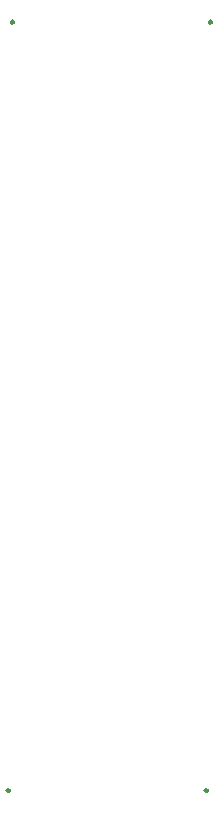
<source format=gbo>
G04 #@! TF.GenerationSoftware,KiCad,Pcbnew,8.0.0*
G04 #@! TF.CreationDate,2024-03-19T09:43:12-05:00*
G04 #@! TF.ProjectId,DesignESP32PCB,44657369-676e-4455-9350-33325043422e,rev?*
G04 #@! TF.SameCoordinates,Original*
G04 #@! TF.FileFunction,Legend,Bot*
G04 #@! TF.FilePolarity,Positive*
%FSLAX46Y46*%
G04 Gerber Fmt 4.6, Leading zero omitted, Abs format (unit mm)*
G04 Created by KiCad (PCBNEW 8.0.0) date 2024-03-19 09:43:12*
%MOMM*%
%LPD*%
G01*
G04 APERTURE LIST*
%ADD10C,0.254000*%
G04 APERTURE END LIST*
D10*
G04 #@! TO.C,SW3*
X93545000Y-44958000D02*
G75*
G02*
X93291000Y-44958000I-127000J0D01*
G01*
X93291000Y-44958000D02*
G75*
G02*
X93545000Y-44958000I127000J0D01*
G01*
G04 #@! TO.C,SW2*
X109955000Y-110011901D02*
G75*
G02*
X109701000Y-110011901I-127000J0D01*
G01*
X109701000Y-110011901D02*
G75*
G02*
X109955000Y-110011901I127000J0D01*
G01*
G04 #@! TO.C,SW4*
X110309000Y-44958000D02*
G75*
G02*
X110055000Y-44958000I-127000J0D01*
G01*
X110055000Y-44958000D02*
G75*
G02*
X110309000Y-44958000I127000J0D01*
G01*
G04 #@! TO.C,SW1*
X93191000Y-110011901D02*
G75*
G02*
X92937000Y-110011901I-127000J0D01*
G01*
X92937000Y-110011901D02*
G75*
G02*
X93191000Y-110011901I127000J0D01*
G01*
G04 #@! TD*
M02*

</source>
